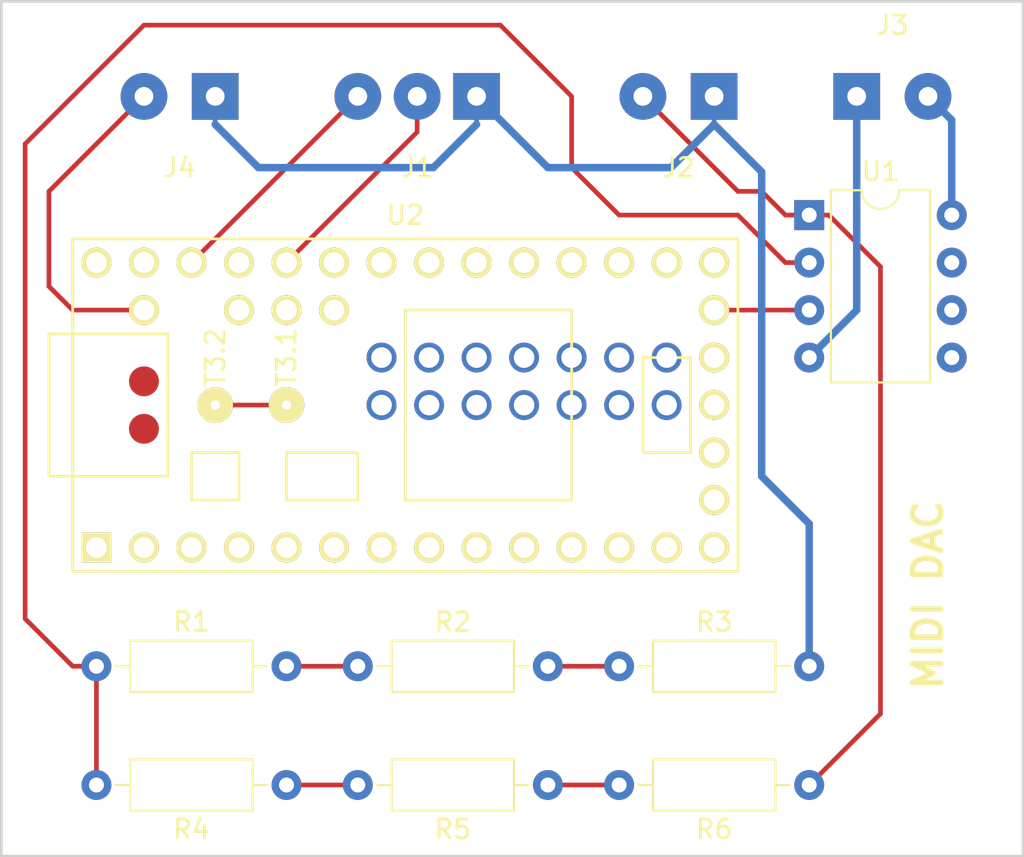
<source format=kicad_pcb>
(kicad_pcb (version 20171130) (host pcbnew 5.0.2-bee76a0~70~ubuntu18.04.1)

  (general
    (thickness 1.6)
    (drawings 5)
    (tracks 51)
    (zones 0)
    (modules 12)
    (nets 64)
  )

  (page A4)
  (layers
    (0 F.Cu signal)
    (31 B.Cu signal)
    (32 B.Adhes user)
    (33 F.Adhes user)
    (34 B.Paste user)
    (35 F.Paste user)
    (36 B.SilkS user)
    (37 F.SilkS user)
    (38 B.Mask user)
    (39 F.Mask user)
    (40 Dwgs.User user)
    (41 Cmts.User user)
    (42 Eco1.User user)
    (43 Eco2.User user)
    (44 Edge.Cuts user)
    (45 Margin user)
    (46 B.CrtYd user)
    (47 F.CrtYd user)
    (48 B.Fab user)
    (49 F.Fab user)
  )

  (setup
    (last_trace_width 0.25)
    (trace_clearance 0.2)
    (zone_clearance 0.508)
    (zone_45_only no)
    (trace_min 0.2)
    (segment_width 0.2)
    (edge_width 0.15)
    (via_size 0.8)
    (via_drill 0.4)
    (via_min_size 0.4)
    (via_min_drill 0.3)
    (uvia_size 0.3)
    (uvia_drill 0.1)
    (uvias_allowed no)
    (uvia_min_size 0.2)
    (uvia_min_drill 0.1)
    (pcb_text_width 0.3)
    (pcb_text_size 1.5 1.5)
    (mod_edge_width 0.15)
    (mod_text_size 1 1)
    (mod_text_width 0.15)
    (pad_size 1.524 1.524)
    (pad_drill 0.762)
    (pad_to_mask_clearance 0.051)
    (solder_mask_min_width 0.25)
    (aux_axis_origin 0 0)
    (visible_elements FFFFFF7F)
    (pcbplotparams
      (layerselection 0x010fc_ffffffff)
      (usegerberextensions false)
      (usegerberattributes false)
      (usegerberadvancedattributes false)
      (creategerberjobfile false)
      (excludeedgelayer true)
      (linewidth 0.100000)
      (plotframeref false)
      (viasonmask false)
      (mode 1)
      (useauxorigin false)
      (hpglpennumber 1)
      (hpglpenspeed 20)
      (hpglpendiameter 15.000000)
      (psnegative false)
      (psa4output false)
      (plotreference true)
      (plotvalue true)
      (plotinvisibletext false)
      (padsonsilk false)
      (subtractmaskfromsilk false)
      (outputformat 1)
      (mirror false)
      (drillshape 1)
      (scaleselection 1)
      (outputdirectory ""))
  )

  (net 0 "")
  (net 1 GND)
  (net 2 GLIDE_IN)
  (net 3 "Net-(J2-Pad2)")
  (net 4 "Net-(J3-Pad2)")
  (net 5 "Net-(J3-Pad1)")
  (net 6 "Net-(J4-Pad2)")
  (net 7 "Net-(R1-Pad1)")
  (net 8 "Net-(R1-Pad2)")
  (net 9 "Net-(R2-Pad2)")
  (net 10 "Net-(R4-Pad1)")
  (net 11 "Net-(R5-Pad1)")
  (net 12 NOTE)
  (net 13 "Net-(U2-Pad17)")
  (net 14 "Net-(U2-Pad18)")
  (net 15 "Net-(U2-Pad20)")
  (net 16 "Net-(U2-Pad15)")
  (net 17 "Net-(U2-Pad14)")
  (net 18 "Net-(U2-Pad22)")
  (net 19 "Net-(U2-Pad23)")
  (net 20 "Net-(U2-Pad24)")
  (net 21 "Net-(U2-Pad25)")
  (net 22 "Net-(U2-Pad26)")
  (net 23 "Net-(U2-Pad27)")
  (net 24 "Net-(U2-Pad28)")
  (net 25 "Net-(U2-Pad30)")
  (net 26 "Net-(U2-Pad32)")
  (net 27 "Net-(U2-Pad33)")
  (net 28 "Net-(U2-Pad35)")
  (net 29 "Net-(U2-Pad36)")
  (net 30 "Net-(U2-Pad37)")
  (net 31 "Net-(U2-Pad13)")
  (net 32 "Net-(U2-Pad12)")
  (net 33 "Net-(U2-Pad11)")
  (net 34 "Net-(U2-Pad10)")
  (net 35 "Net-(U2-Pad9)")
  (net 36 "Net-(U2-Pad8)")
  (net 37 "Net-(U2-Pad7)")
  (net 38 "Net-(U2-Pad6)")
  (net 39 "Net-(U2-Pad5)")
  (net 40 "Net-(U2-Pad4)")
  (net 41 "Net-(U2-Pad3)")
  (net 42 "Net-(U2-Pad2)")
  (net 43 "Net-(U2-Pad1)")
  (net 44 "Net-(U2-Pad38)")
  (net 45 "Net-(U2-Pad39)")
  (net 46 "Net-(U2-Pad40)")
  (net 47 "Net-(U2-Pad41)")
  (net 48 "Net-(U2-Pad42)")
  (net 49 "Net-(U2-Pad43)")
  (net 50 "Net-(U2-Pad44)")
  (net 51 "Net-(U2-Pad45)")
  (net 52 "Net-(U2-Pad46)")
  (net 53 "Net-(U2-Pad47)")
  (net 54 "Net-(U2-Pad48)")
  (net 55 "Net-(U2-Pad49)")
  (net 56 "Net-(U2-Pad50)")
  (net 57 "Net-(U2-Pad51)")
  (net 58 "Net-(U2-Pad52)")
  (net 59 "Net-(U2-Pad16)")
  (net 60 3.3V)
  (net 61 "Net-(U2-Pad21)")
  (net 62 "Net-(U2-Pad53)")
  (net 63 "Net-(U2-Pad54)")

  (net_class Default "This is the default net class."
    (clearance 0.2)
    (trace_width 0.25)
    (via_dia 0.8)
    (via_drill 0.4)
    (uvia_dia 0.3)
    (uvia_drill 0.1)
    (add_net 3.3V)
    (add_net GLIDE_IN)
    (add_net GND)
    (add_net NOTE)
    (add_net "Net-(J2-Pad2)")
    (add_net "Net-(J3-Pad1)")
    (add_net "Net-(J3-Pad2)")
    (add_net "Net-(J4-Pad2)")
    (add_net "Net-(R1-Pad1)")
    (add_net "Net-(R1-Pad2)")
    (add_net "Net-(R2-Pad2)")
    (add_net "Net-(R4-Pad1)")
    (add_net "Net-(R5-Pad1)")
    (add_net "Net-(U2-Pad1)")
    (add_net "Net-(U2-Pad10)")
    (add_net "Net-(U2-Pad11)")
    (add_net "Net-(U2-Pad12)")
    (add_net "Net-(U2-Pad13)")
    (add_net "Net-(U2-Pad14)")
    (add_net "Net-(U2-Pad15)")
    (add_net "Net-(U2-Pad16)")
    (add_net "Net-(U2-Pad17)")
    (add_net "Net-(U2-Pad18)")
    (add_net "Net-(U2-Pad2)")
    (add_net "Net-(U2-Pad20)")
    (add_net "Net-(U2-Pad21)")
    (add_net "Net-(U2-Pad22)")
    (add_net "Net-(U2-Pad23)")
    (add_net "Net-(U2-Pad24)")
    (add_net "Net-(U2-Pad25)")
    (add_net "Net-(U2-Pad26)")
    (add_net "Net-(U2-Pad27)")
    (add_net "Net-(U2-Pad28)")
    (add_net "Net-(U2-Pad3)")
    (add_net "Net-(U2-Pad30)")
    (add_net "Net-(U2-Pad32)")
    (add_net "Net-(U2-Pad33)")
    (add_net "Net-(U2-Pad35)")
    (add_net "Net-(U2-Pad36)")
    (add_net "Net-(U2-Pad37)")
    (add_net "Net-(U2-Pad38)")
    (add_net "Net-(U2-Pad39)")
    (add_net "Net-(U2-Pad4)")
    (add_net "Net-(U2-Pad40)")
    (add_net "Net-(U2-Pad41)")
    (add_net "Net-(U2-Pad42)")
    (add_net "Net-(U2-Pad43)")
    (add_net "Net-(U2-Pad44)")
    (add_net "Net-(U2-Pad45)")
    (add_net "Net-(U2-Pad46)")
    (add_net "Net-(U2-Pad47)")
    (add_net "Net-(U2-Pad48)")
    (add_net "Net-(U2-Pad49)")
    (add_net "Net-(U2-Pad5)")
    (add_net "Net-(U2-Pad50)")
    (add_net "Net-(U2-Pad51)")
    (add_net "Net-(U2-Pad52)")
    (add_net "Net-(U2-Pad53)")
    (add_net "Net-(U2-Pad54)")
    (add_net "Net-(U2-Pad6)")
    (add_net "Net-(U2-Pad7)")
    (add_net "Net-(U2-Pad8)")
    (add_net "Net-(U2-Pad9)")
  )

  (module teensy:Teensy30_31_32_LC_Rev (layer F.Cu) (tedit 5C9256A4) (tstamp 5C92650F)
    (at 33.02 35.56)
    (path /5C925DA5)
    (fp_text reference U2 (at 0 -10.16) (layer F.SilkS)
      (effects (font (size 1 1) (thickness 0.15)))
    )
    (fp_text value Teensy3.2 (at 0 10.16) (layer F.Fab)
      (effects (font (size 1 1) (thickness 0.15)))
    )
    (fp_text user T3.2 (at -10.16 -2.54 90) (layer F.SilkS)
      (effects (font (size 1 1) (thickness 0.15)))
    )
    (fp_text user T3.1 (at -6.35 -2.54 90) (layer F.SilkS)
      (effects (font (size 1 1) (thickness 0.15)))
    )
    (fp_line (start -17.78 3.81) (end -19.05 3.81) (layer F.SilkS) (width 0.15))
    (fp_line (start -19.05 3.81) (end -19.05 -3.81) (layer F.SilkS) (width 0.15))
    (fp_line (start -19.05 -3.81) (end -17.78 -3.81) (layer F.SilkS) (width 0.15))
    (fp_line (start -6.35 5.08) (end -2.54 5.08) (layer F.SilkS) (width 0.15))
    (fp_line (start -2.54 5.08) (end -2.54 2.54) (layer F.SilkS) (width 0.15))
    (fp_line (start -2.54 2.54) (end -6.35 2.54) (layer F.SilkS) (width 0.15))
    (fp_line (start -6.35 2.54) (end -6.35 5.08) (layer F.SilkS) (width 0.15))
    (fp_line (start -12.7 3.81) (end -12.7 -3.81) (layer F.SilkS) (width 0.15))
    (fp_line (start -12.7 -3.81) (end -17.78 -3.81) (layer F.SilkS) (width 0.15))
    (fp_line (start -12.7 3.81) (end -17.78 3.81) (layer F.SilkS) (width 0.15))
    (fp_line (start -11.43 5.08) (end -8.89 5.08) (layer F.SilkS) (width 0.15))
    (fp_line (start -8.89 5.08) (end -8.89 2.54) (layer F.SilkS) (width 0.15))
    (fp_line (start -8.89 2.54) (end -11.43 2.54) (layer F.SilkS) (width 0.15))
    (fp_line (start -11.43 2.54) (end -11.43 5.08) (layer F.SilkS) (width 0.15))
    (fp_line (start 15.24 -2.54) (end 15.24 2.54) (layer F.SilkS) (width 0.15))
    (fp_line (start 15.24 2.54) (end 12.7 2.54) (layer F.SilkS) (width 0.15))
    (fp_line (start 12.7 2.54) (end 12.7 -2.54) (layer F.SilkS) (width 0.15))
    (fp_line (start 12.7 -2.54) (end 15.24 -2.54) (layer F.SilkS) (width 0.15))
    (fp_line (start 8.89 5.08) (end 8.89 -5.08) (layer F.SilkS) (width 0.15))
    (fp_line (start 0 -5.08) (end 0 5.08) (layer F.SilkS) (width 0.15))
    (fp_line (start 8.89 -5.08) (end 0 -5.08) (layer F.SilkS) (width 0.15))
    (fp_line (start 8.89 5.08) (end 0 5.08) (layer F.SilkS) (width 0.15))
    (fp_line (start -17.78 -8.89) (end 17.78 -8.89) (layer F.SilkS) (width 0.15))
    (fp_line (start 17.78 -8.89) (end 17.78 8.89) (layer F.SilkS) (width 0.15))
    (fp_line (start 17.78 8.89) (end -17.78 8.89) (layer F.SilkS) (width 0.15))
    (fp_line (start -17.78 8.89) (end -17.78 -8.89) (layer F.SilkS) (width 0.15))
    (pad 17 thru_hole circle (at 16.51 0) (size 1.6 1.6) (drill 1.1) (layers *.Cu *.Mask F.SilkS)
      (net 13 "Net-(U2-Pad17)"))
    (pad 18 thru_hole circle (at 16.51 -2.54) (size 1.6 1.6) (drill 1.1) (layers *.Cu *.Mask F.SilkS)
      (net 14 "Net-(U2-Pad18)"))
    (pad 19 thru_hole circle (at 16.51 -5.08) (size 1.6 1.6) (drill 1.1) (layers *.Cu *.Mask F.SilkS)
      (net 12 NOTE))
    (pad 20 thru_hole circle (at 16.51 -7.62) (size 1.6 1.6) (drill 1.1) (layers *.Cu *.Mask F.SilkS)
      (net 15 "Net-(U2-Pad20)"))
    (pad 16 thru_hole circle (at 16.51 2.54) (size 1.6 1.6) (drill 1.1) (layers *.Cu *.Mask F.SilkS)
      (net 59 "Net-(U2-Pad16)"))
    (pad 15 thru_hole circle (at 16.51 5.08) (size 1.6 1.6) (drill 1.1) (layers *.Cu *.Mask F.SilkS)
      (net 16 "Net-(U2-Pad15)"))
    (pad 14 thru_hole circle (at 16.51 7.62) (size 1.6 1.6) (drill 1.1) (layers *.Cu *.Mask F.SilkS)
      (net 17 "Net-(U2-Pad14)"))
    (pad 21 thru_hole circle (at 13.97 -7.62) (size 1.6 1.6) (drill 1.1) (layers *.Cu *.Mask F.SilkS)
      (net 61 "Net-(U2-Pad21)"))
    (pad 22 thru_hole circle (at 11.43 -7.62) (size 1.6 1.6) (drill 1.1) (layers *.Cu *.Mask F.SilkS)
      (net 18 "Net-(U2-Pad22)"))
    (pad 23 thru_hole circle (at 8.89 -7.62) (size 1.6 1.6) (drill 1.1) (layers *.Cu *.Mask F.SilkS)
      (net 19 "Net-(U2-Pad23)"))
    (pad 24 thru_hole circle (at 6.35 -7.62) (size 1.6 1.6) (drill 1.1) (layers *.Cu *.Mask F.SilkS)
      (net 20 "Net-(U2-Pad24)"))
    (pad 25 thru_hole circle (at 3.81 -7.62) (size 1.6 1.6) (drill 1.1) (layers *.Cu *.Mask F.SilkS)
      (net 21 "Net-(U2-Pad25)"))
    (pad 26 thru_hole circle (at 1.27 -7.62) (size 1.6 1.6) (drill 1.1) (layers *.Cu *.Mask F.SilkS)
      (net 22 "Net-(U2-Pad26)"))
    (pad 27 thru_hole circle (at -1.27 -7.62) (size 1.6 1.6) (drill 1.1) (layers *.Cu *.Mask F.SilkS)
      (net 23 "Net-(U2-Pad27)"))
    (pad 28 thru_hole circle (at -3.81 -7.62) (size 1.6 1.6) (drill 1.1) (layers *.Cu *.Mask F.SilkS)
      (net 24 "Net-(U2-Pad28)"))
    (pad 29 thru_hole circle (at -6.35 -7.62) (size 1.6 1.6) (drill 1.1) (layers *.Cu *.Mask F.SilkS)
      (net 2 GLIDE_IN))
    (pad 30 thru_hole circle (at -8.89 -7.62) (size 1.6 1.6) (drill 1.1) (layers *.Cu *.Mask F.SilkS)
      (net 25 "Net-(U2-Pad30)"))
    (pad 31 thru_hole circle (at -11.43 -7.62) (size 1.6 1.6) (drill 1.1) (layers *.Cu *.Mask F.SilkS)
      (net 60 3.3V))
    (pad 32 thru_hole circle (at -13.97 -7.62) (size 1.6 1.6) (drill 1.1) (layers *.Cu *.Mask F.SilkS)
      (net 26 "Net-(U2-Pad32)"))
    (pad 33 thru_hole circle (at -16.51 -7.62) (size 1.6 1.6) (drill 1.1) (layers *.Cu *.Mask F.SilkS)
      (net 27 "Net-(U2-Pad33)"))
    (pad 34 thru_hole circle (at -13.97 -5.08) (size 1.6 1.6) (drill 1.1) (layers *.Cu *.Mask F.SilkS)
      (net 6 "Net-(J4-Pad2)"))
    (pad 35 thru_hole circle (at -8.89 -5.08) (size 1.6 1.6) (drill 1.1) (layers *.Cu *.Mask F.SilkS)
      (net 28 "Net-(U2-Pad35)"))
    (pad 36 thru_hole circle (at -6.35 -5.08) (size 1.6 1.6) (drill 1.1) (layers *.Cu *.Mask F.SilkS)
      (net 29 "Net-(U2-Pad36)"))
    (pad 37 thru_hole circle (at -3.81 -5.08) (size 1.6 1.6) (drill 1.1) (layers *.Cu *.Mask F.SilkS)
      (net 30 "Net-(U2-Pad37)"))
    (pad 13 thru_hole circle (at 13.97 7.62) (size 1.6 1.6) (drill 1.1) (layers *.Cu *.Mask F.SilkS)
      (net 31 "Net-(U2-Pad13)"))
    (pad 12 thru_hole circle (at 11.43 7.62) (size 1.6 1.6) (drill 1.1) (layers *.Cu *.Mask F.SilkS)
      (net 32 "Net-(U2-Pad12)"))
    (pad 11 thru_hole circle (at 8.89 7.62) (size 1.6 1.6) (drill 1.1) (layers *.Cu *.Mask F.SilkS)
      (net 33 "Net-(U2-Pad11)"))
    (pad 10 thru_hole circle (at 6.35 7.62) (size 1.6 1.6) (drill 1.1) (layers *.Cu *.Mask F.SilkS)
      (net 34 "Net-(U2-Pad10)"))
    (pad 9 thru_hole circle (at 3.81 7.62) (size 1.6 1.6) (drill 1.1) (layers *.Cu *.Mask F.SilkS)
      (net 35 "Net-(U2-Pad9)"))
    (pad 8 thru_hole circle (at 1.27 7.62) (size 1.6 1.6) (drill 1.1) (layers *.Cu *.Mask F.SilkS)
      (net 36 "Net-(U2-Pad8)"))
    (pad 7 thru_hole circle (at -1.27 7.62) (size 1.6 1.6) (drill 1.1) (layers *.Cu *.Mask F.SilkS)
      (net 37 "Net-(U2-Pad7)"))
    (pad 6 thru_hole circle (at -3.81 7.62) (size 1.6 1.6) (drill 1.1) (layers *.Cu *.Mask F.SilkS)
      (net 38 "Net-(U2-Pad6)"))
    (pad 5 thru_hole circle (at -6.35 7.62) (size 1.6 1.6) (drill 1.1) (layers *.Cu *.Mask F.SilkS)
      (net 39 "Net-(U2-Pad5)"))
    (pad 4 thru_hole circle (at -8.89 7.62) (size 1.6 1.6) (drill 1.1) (layers *.Cu *.Mask F.SilkS)
      (net 40 "Net-(U2-Pad4)"))
    (pad 3 thru_hole circle (at -11.43 7.62) (size 1.6 1.6) (drill 1.1) (layers *.Cu *.Mask F.SilkS)
      (net 41 "Net-(U2-Pad3)"))
    (pad 2 thru_hole circle (at -13.97 7.62) (size 1.6 1.6) (drill 1.1) (layers *.Cu *.Mask F.SilkS)
      (net 42 "Net-(U2-Pad2)"))
    (pad 1 thru_hole rect (at -16.51 7.62) (size 1.6 1.6) (drill 1.1) (layers *.Cu *.Mask F.SilkS)
      (net 43 "Net-(U2-Pad1)"))
    (pad 38 thru_hole circle (at -1.27 0) (size 1.6 1.6) (drill 1.1) (layers *.Cu *.Mask)
      (net 44 "Net-(U2-Pad38)"))
    (pad 39 thru_hole circle (at 1.27 0) (size 1.6 1.6) (drill 1.1) (layers *.Cu *.Mask)
      (net 45 "Net-(U2-Pad39)"))
    (pad 40 thru_hole circle (at 3.81 0) (size 1.6 1.6) (drill 1.1) (layers *.Cu *.Mask)
      (net 46 "Net-(U2-Pad40)"))
    (pad 41 thru_hole circle (at 6.35 0) (size 1.6 1.6) (drill 1.1) (layers *.Cu *.Mask)
      (net 47 "Net-(U2-Pad41)"))
    (pad 42 thru_hole circle (at 8.89 0) (size 1.6 1.6) (drill 1.1) (layers *.Cu *.Mask)
      (net 48 "Net-(U2-Pad42)"))
    (pad 43 thru_hole circle (at 11.43 0) (size 1.6 1.6) (drill 1.1) (layers *.Cu *.Mask)
      (net 49 "Net-(U2-Pad43)"))
    (pad 44 thru_hole circle (at 13.97 0) (size 1.6 1.6) (drill 1.1) (layers *.Cu *.Mask)
      (net 50 "Net-(U2-Pad44)"))
    (pad 45 thru_hole circle (at 13.97 -2.54) (size 1.6 1.6) (drill 1.1) (layers *.Cu *.Mask)
      (net 51 "Net-(U2-Pad45)"))
    (pad 46 thru_hole circle (at 11.43 -2.54) (size 1.6 1.6) (drill 1.1) (layers *.Cu *.Mask)
      (net 52 "Net-(U2-Pad46)"))
    (pad 47 thru_hole circle (at 8.89 -2.54) (size 1.6 1.6) (drill 1.1) (layers *.Cu *.Mask)
      (net 53 "Net-(U2-Pad47)"))
    (pad 48 thru_hole circle (at 6.35 -2.54) (size 1.6 1.6) (drill 1.1) (layers *.Cu *.Mask)
      (net 54 "Net-(U2-Pad48)"))
    (pad 49 thru_hole circle (at 3.81 -2.54) (size 1.6 1.6) (drill 1.1) (layers *.Cu *.Mask)
      (net 55 "Net-(U2-Pad49)"))
    (pad 50 thru_hole circle (at 1.27 -2.54) (size 1.6 1.6) (drill 1.1) (layers *.Cu *.Mask)
      (net 56 "Net-(U2-Pad50)"))
    (pad 51 thru_hole circle (at -1.27 -2.54) (size 1.6 1.6) (drill 1.1) (layers *.Cu *.Mask)
      (net 57 "Net-(U2-Pad51)"))
    (pad 52 thru_hole circle (at -6.35 0) (size 1.9 1.9) (drill 0.5) (layers *.Cu *.Mask F.SilkS)
      (net 58 "Net-(U2-Pad52)"))
    (pad 52 thru_hole circle (at -10.16 0) (size 1.9 1.9) (drill 0.5) (layers *.Cu *.Mask F.SilkS)
      (net 58 "Net-(U2-Pad52)"))
    (pad 53 smd circle (at -13.97 -1.27) (size 1.6 1.6) (layers F.Cu F.Paste F.Mask)
      (net 62 "Net-(U2-Pad53)"))
    (pad 54 smd circle (at -13.97 1.27) (size 1.6 1.6) (layers F.Cu F.Paste F.Mask)
      (net 63 "Net-(U2-Pad54)"))
  )

  (module Resistor_THT:R_Axial_DIN0207_L6.3mm_D2.5mm_P10.16mm_Horizontal (layer F.Cu) (tedit 5AE5139B) (tstamp 5C92C5E6)
    (at 16.51 49.53)
    (descr "Resistor, Axial_DIN0207 series, Axial, Horizontal, pin pitch=10.16mm, 0.25W = 1/4W, length*diameter=6.3*2.5mm^2, http://cdn-reichelt.de/documents/datenblatt/B400/1_4W%23YAG.pdf")
    (tags "Resistor Axial_DIN0207 series Axial Horizontal pin pitch 10.16mm 0.25W = 1/4W length 6.3mm diameter 2.5mm")
    (path /5C925F9C)
    (fp_text reference R1 (at 5.08 -2.37) (layer F.SilkS)
      (effects (font (size 1 1) (thickness 0.15)))
    )
    (fp_text value 100 (at 5.08 2.37) (layer F.Fab)
      (effects (font (size 1 1) (thickness 0.15)))
    )
    (fp_line (start 1.93 -1.25) (end 1.93 1.25) (layer F.Fab) (width 0.1))
    (fp_line (start 1.93 1.25) (end 8.23 1.25) (layer F.Fab) (width 0.1))
    (fp_line (start 8.23 1.25) (end 8.23 -1.25) (layer F.Fab) (width 0.1))
    (fp_line (start 8.23 -1.25) (end 1.93 -1.25) (layer F.Fab) (width 0.1))
    (fp_line (start 0 0) (end 1.93 0) (layer F.Fab) (width 0.1))
    (fp_line (start 10.16 0) (end 8.23 0) (layer F.Fab) (width 0.1))
    (fp_line (start 1.81 -1.37) (end 1.81 1.37) (layer F.SilkS) (width 0.12))
    (fp_line (start 1.81 1.37) (end 8.35 1.37) (layer F.SilkS) (width 0.12))
    (fp_line (start 8.35 1.37) (end 8.35 -1.37) (layer F.SilkS) (width 0.12))
    (fp_line (start 8.35 -1.37) (end 1.81 -1.37) (layer F.SilkS) (width 0.12))
    (fp_line (start 1.04 0) (end 1.81 0) (layer F.SilkS) (width 0.12))
    (fp_line (start 9.12 0) (end 8.35 0) (layer F.SilkS) (width 0.12))
    (fp_line (start -1.05 -1.5) (end -1.05 1.5) (layer F.CrtYd) (width 0.05))
    (fp_line (start -1.05 1.5) (end 11.21 1.5) (layer F.CrtYd) (width 0.05))
    (fp_line (start 11.21 1.5) (end 11.21 -1.5) (layer F.CrtYd) (width 0.05))
    (fp_line (start 11.21 -1.5) (end -1.05 -1.5) (layer F.CrtYd) (width 0.05))
    (fp_text user %R (at 5.08 0) (layer F.Fab)
      (effects (font (size 1 1) (thickness 0.15)))
    )
    (pad 1 thru_hole circle (at 0 0) (size 1.6 1.6) (drill 0.8) (layers *.Cu *.Mask)
      (net 7 "Net-(R1-Pad1)"))
    (pad 2 thru_hole oval (at 10.16 0) (size 1.6 1.6) (drill 0.8) (layers *.Cu *.Mask)
      (net 8 "Net-(R1-Pad2)"))
    (model ${KISYS3DMOD}/Resistor_THT.3dshapes/R_Axial_DIN0207_L6.3mm_D2.5mm_P10.16mm_Horizontal.wrl
      (at (xyz 0 0 0))
      (scale (xyz 1 1 1))
      (rotate (xyz 0 0 0))
    )
  )

  (module Connector_Wire:SolderWirePad_1x03_P3.175mm_Drill1mm (layer F.Cu) (tedit 5AEE5F67) (tstamp 5C92C5AE)
    (at 36.83 19.05 180)
    (descr "Wire solder connection")
    (tags connector)
    (path /5C92899F)
    (attr virtual)
    (fp_text reference J1 (at 3.175 -3.81 180) (layer F.SilkS)
      (effects (font (size 1 1) (thickness 0.15)))
    )
    (fp_text value GLIDE_POT (at 3.175 3.175 180) (layer F.Fab)
      (effects (font (size 1 1) (thickness 0.15)))
    )
    (fp_text user %R (at 3.175 0 180) (layer F.Fab)
      (effects (font (size 1 1) (thickness 0.15)))
    )
    (fp_line (start -1.74 -1.75) (end 8.1 -1.75) (layer F.CrtYd) (width 0.05))
    (fp_line (start -1.74 -1.75) (end -1.74 1.75) (layer F.CrtYd) (width 0.05))
    (fp_line (start 8.1 1.75) (end 8.1 -1.75) (layer F.CrtYd) (width 0.05))
    (fp_line (start 8.1 1.75) (end -1.74 1.75) (layer F.CrtYd) (width 0.05))
    (pad 1 thru_hole rect (at 0 0 180) (size 2.49936 2.49936) (drill 1.00076) (layers *.Cu *.Mask)
      (net 1 GND))
    (pad 2 thru_hole circle (at 3.175 0 180) (size 2.49936 2.49936) (drill 1.00076) (layers *.Cu *.Mask)
      (net 2 GLIDE_IN))
    (pad 3 thru_hole circle (at 6.35 0 180) (size 2.49936 2.49936) (drill 1.00076) (layers *.Cu *.Mask)
      (net 60 3.3V))
  )

  (module Connector_Wire:SolderWirePad_1x02_P3.81mm_Drill1mm (layer F.Cu) (tedit 5AEE5F04) (tstamp 5C92C5B9)
    (at 49.53 19.05 180)
    (descr "Wire solder connection")
    (tags connector)
    (path /5C925E6E)
    (attr virtual)
    (fp_text reference J2 (at 1.905 -3.81 180) (layer F.SilkS)
      (effects (font (size 1 1) (thickness 0.15)))
    )
    (fp_text value DAC_OUT (at 1.905 3.81 180) (layer F.Fab)
      (effects (font (size 1 1) (thickness 0.15)))
    )
    (fp_text user %R (at 1.905 0 180) (layer F.Fab)
      (effects (font (size 1 1) (thickness 0.15)))
    )
    (fp_line (start -1.74 -1.75) (end 5.56 -1.75) (layer F.CrtYd) (width 0.05))
    (fp_line (start -1.74 -1.75) (end -1.74 1.75) (layer F.CrtYd) (width 0.05))
    (fp_line (start 5.56 1.75) (end 5.56 -1.75) (layer F.CrtYd) (width 0.05))
    (fp_line (start 5.56 1.75) (end -1.74 1.75) (layer F.CrtYd) (width 0.05))
    (pad 1 thru_hole rect (at 0 0 180) (size 2.49936 2.49936) (drill 1.00076) (layers *.Cu *.Mask)
      (net 1 GND))
    (pad 2 thru_hole circle (at 3.81 0 180) (size 2.49936 2.49936) (drill 1.00076) (layers *.Cu *.Mask)
      (net 3 "Net-(J2-Pad2)"))
  )

  (module Connector_Wire:SolderWirePad_1x02_P3.81mm_Drill1mm (layer F.Cu) (tedit 5AEE5F04) (tstamp 5C92C5C4)
    (at 57.15 19.05)
    (descr "Wire solder connection")
    (tags connector)
    (path /5C927C5F)
    (attr virtual)
    (fp_text reference J3 (at 1.905 -3.81) (layer F.SilkS)
      (effects (font (size 1 1) (thickness 0.15)))
    )
    (fp_text value 9V_IN (at 1.905 3.81) (layer F.Fab)
      (effects (font (size 1 1) (thickness 0.15)))
    )
    (fp_line (start 5.56 1.75) (end -1.74 1.75) (layer F.CrtYd) (width 0.05))
    (fp_line (start 5.56 1.75) (end 5.56 -1.75) (layer F.CrtYd) (width 0.05))
    (fp_line (start -1.74 -1.75) (end -1.74 1.75) (layer F.CrtYd) (width 0.05))
    (fp_line (start -1.74 -1.75) (end 5.56 -1.75) (layer F.CrtYd) (width 0.05))
    (fp_text user %R (at 1.905 0 90) (layer F.Fab)
      (effects (font (size 1 1) (thickness 0.15)))
    )
    (pad 2 thru_hole circle (at 3.81 0) (size 2.49936 2.49936) (drill 1.00076) (layers *.Cu *.Mask)
      (net 4 "Net-(J3-Pad2)"))
    (pad 1 thru_hole rect (at 0 0) (size 2.49936 2.49936) (drill 1.00076) (layers *.Cu *.Mask)
      (net 5 "Net-(J3-Pad1)"))
  )

  (module Connector_Wire:SolderWirePad_1x02_P3.81mm_Drill1mm (layer F.Cu) (tedit 5AEE5F04) (tstamp 5C92C5CF)
    (at 22.86 19.05 180)
    (descr "Wire solder connection")
    (tags connector)
    (path /5C929170)
    (attr virtual)
    (fp_text reference J4 (at 1.905 -3.81 180) (layer F.SilkS)
      (effects (font (size 1 1) (thickness 0.15)))
    )
    (fp_text value 5V_IN (at 1.905 3.81 180) (layer F.Fab)
      (effects (font (size 1 1) (thickness 0.15)))
    )
    (fp_text user %R (at 1.905 0 180) (layer F.Fab)
      (effects (font (size 1 1) (thickness 0.15)))
    )
    (fp_line (start -1.74 -1.75) (end 5.56 -1.75) (layer F.CrtYd) (width 0.05))
    (fp_line (start -1.74 -1.75) (end -1.74 1.75) (layer F.CrtYd) (width 0.05))
    (fp_line (start 5.56 1.75) (end 5.56 -1.75) (layer F.CrtYd) (width 0.05))
    (fp_line (start 5.56 1.75) (end -1.74 1.75) (layer F.CrtYd) (width 0.05))
    (pad 1 thru_hole rect (at 0 0 180) (size 2.49936 2.49936) (drill 1.00076) (layers *.Cu *.Mask)
      (net 1 GND))
    (pad 2 thru_hole circle (at 3.81 0 180) (size 2.49936 2.49936) (drill 1.00076) (layers *.Cu *.Mask)
      (net 6 "Net-(J4-Pad2)"))
  )

  (module Resistor_THT:R_Axial_DIN0207_L6.3mm_D2.5mm_P10.16mm_Horizontal (layer F.Cu) (tedit 5AE5139B) (tstamp 5C92C5FD)
    (at 30.48 49.53)
    (descr "Resistor, Axial_DIN0207 series, Axial, Horizontal, pin pitch=10.16mm, 0.25W = 1/4W, length*diameter=6.3*2.5mm^2, http://cdn-reichelt.de/documents/datenblatt/B400/1_4W%23YAG.pdf")
    (tags "Resistor Axial_DIN0207 series Axial Horizontal pin pitch 10.16mm 0.25W = 1/4W length 6.3mm diameter 2.5mm")
    (path /5C9299A2)
    (fp_text reference R2 (at 5.08 -2.37) (layer F.SilkS)
      (effects (font (size 1 1) (thickness 0.15)))
    )
    (fp_text value 9.1k (at 5.08 2.37) (layer F.Fab)
      (effects (font (size 1 1) (thickness 0.15)))
    )
    (fp_text user %R (at 5.08 0) (layer F.Fab)
      (effects (font (size 1 1) (thickness 0.15)))
    )
    (fp_line (start 11.21 -1.5) (end -1.05 -1.5) (layer F.CrtYd) (width 0.05))
    (fp_line (start 11.21 1.5) (end 11.21 -1.5) (layer F.CrtYd) (width 0.05))
    (fp_line (start -1.05 1.5) (end 11.21 1.5) (layer F.CrtYd) (width 0.05))
    (fp_line (start -1.05 -1.5) (end -1.05 1.5) (layer F.CrtYd) (width 0.05))
    (fp_line (start 9.12 0) (end 8.35 0) (layer F.SilkS) (width 0.12))
    (fp_line (start 1.04 0) (end 1.81 0) (layer F.SilkS) (width 0.12))
    (fp_line (start 8.35 -1.37) (end 1.81 -1.37) (layer F.SilkS) (width 0.12))
    (fp_line (start 8.35 1.37) (end 8.35 -1.37) (layer F.SilkS) (width 0.12))
    (fp_line (start 1.81 1.37) (end 8.35 1.37) (layer F.SilkS) (width 0.12))
    (fp_line (start 1.81 -1.37) (end 1.81 1.37) (layer F.SilkS) (width 0.12))
    (fp_line (start 10.16 0) (end 8.23 0) (layer F.Fab) (width 0.1))
    (fp_line (start 0 0) (end 1.93 0) (layer F.Fab) (width 0.1))
    (fp_line (start 8.23 -1.25) (end 1.93 -1.25) (layer F.Fab) (width 0.1))
    (fp_line (start 8.23 1.25) (end 8.23 -1.25) (layer F.Fab) (width 0.1))
    (fp_line (start 1.93 1.25) (end 8.23 1.25) (layer F.Fab) (width 0.1))
    (fp_line (start 1.93 -1.25) (end 1.93 1.25) (layer F.Fab) (width 0.1))
    (pad 2 thru_hole oval (at 10.16 0) (size 1.6 1.6) (drill 0.8) (layers *.Cu *.Mask)
      (net 9 "Net-(R2-Pad2)"))
    (pad 1 thru_hole circle (at 0 0) (size 1.6 1.6) (drill 0.8) (layers *.Cu *.Mask)
      (net 8 "Net-(R1-Pad2)"))
    (model ${KISYS3DMOD}/Resistor_THT.3dshapes/R_Axial_DIN0207_L6.3mm_D2.5mm_P10.16mm_Horizontal.wrl
      (at (xyz 0 0 0))
      (scale (xyz 1 1 1))
      (rotate (xyz 0 0 0))
    )
  )

  (module Resistor_THT:R_Axial_DIN0207_L6.3mm_D2.5mm_P10.16mm_Horizontal (layer F.Cu) (tedit 5AE5139B) (tstamp 5C92C614)
    (at 44.45 49.53)
    (descr "Resistor, Axial_DIN0207 series, Axial, Horizontal, pin pitch=10.16mm, 0.25W = 1/4W, length*diameter=6.3*2.5mm^2, http://cdn-reichelt.de/documents/datenblatt/B400/1_4W%23YAG.pdf")
    (tags "Resistor Axial_DIN0207 series Axial Horizontal pin pitch 10.16mm 0.25W = 1/4W length 6.3mm diameter 2.5mm")
    (path /5C929C6D)
    (fp_text reference R3 (at 5.08 -2.37) (layer F.SilkS)
      (effects (font (size 1 1) (thickness 0.15)))
    )
    (fp_text value 910 (at 5.08 2.37) (layer F.Fab)
      (effects (font (size 1 1) (thickness 0.15)))
    )
    (fp_line (start 1.93 -1.25) (end 1.93 1.25) (layer F.Fab) (width 0.1))
    (fp_line (start 1.93 1.25) (end 8.23 1.25) (layer F.Fab) (width 0.1))
    (fp_line (start 8.23 1.25) (end 8.23 -1.25) (layer F.Fab) (width 0.1))
    (fp_line (start 8.23 -1.25) (end 1.93 -1.25) (layer F.Fab) (width 0.1))
    (fp_line (start 0 0) (end 1.93 0) (layer F.Fab) (width 0.1))
    (fp_line (start 10.16 0) (end 8.23 0) (layer F.Fab) (width 0.1))
    (fp_line (start 1.81 -1.37) (end 1.81 1.37) (layer F.SilkS) (width 0.12))
    (fp_line (start 1.81 1.37) (end 8.35 1.37) (layer F.SilkS) (width 0.12))
    (fp_line (start 8.35 1.37) (end 8.35 -1.37) (layer F.SilkS) (width 0.12))
    (fp_line (start 8.35 -1.37) (end 1.81 -1.37) (layer F.SilkS) (width 0.12))
    (fp_line (start 1.04 0) (end 1.81 0) (layer F.SilkS) (width 0.12))
    (fp_line (start 9.12 0) (end 8.35 0) (layer F.SilkS) (width 0.12))
    (fp_line (start -1.05 -1.5) (end -1.05 1.5) (layer F.CrtYd) (width 0.05))
    (fp_line (start -1.05 1.5) (end 11.21 1.5) (layer F.CrtYd) (width 0.05))
    (fp_line (start 11.21 1.5) (end 11.21 -1.5) (layer F.CrtYd) (width 0.05))
    (fp_line (start 11.21 -1.5) (end -1.05 -1.5) (layer F.CrtYd) (width 0.05))
    (fp_text user %R (at 5.08 0) (layer F.Fab)
      (effects (font (size 1 1) (thickness 0.15)))
    )
    (pad 1 thru_hole circle (at 0 0) (size 1.6 1.6) (drill 0.8) (layers *.Cu *.Mask)
      (net 9 "Net-(R2-Pad2)"))
    (pad 2 thru_hole oval (at 10.16 0) (size 1.6 1.6) (drill 0.8) (layers *.Cu *.Mask)
      (net 1 GND))
    (model ${KISYS3DMOD}/Resistor_THT.3dshapes/R_Axial_DIN0207_L6.3mm_D2.5mm_P10.16mm_Horizontal.wrl
      (at (xyz 0 0 0))
      (scale (xyz 1 1 1))
      (rotate (xyz 0 0 0))
    )
  )

  (module Resistor_THT:R_Axial_DIN0207_L6.3mm_D2.5mm_P10.16mm_Horizontal (layer F.Cu) (tedit 5AE5139B) (tstamp 5C92C62B)
    (at 26.67 55.88 180)
    (descr "Resistor, Axial_DIN0207 series, Axial, Horizontal, pin pitch=10.16mm, 0.25W = 1/4W, length*diameter=6.3*2.5mm^2, http://cdn-reichelt.de/documents/datenblatt/B400/1_4W%23YAG.pdf")
    (tags "Resistor Axial_DIN0207 series Axial Horizontal pin pitch 10.16mm 0.25W = 1/4W length 6.3mm diameter 2.5mm")
    (path /5C927ED3)
    (fp_text reference R4 (at 5.08 -2.37 180) (layer F.SilkS)
      (effects (font (size 1 1) (thickness 0.15)))
    )
    (fp_text value 130 (at 5.08 2.37 180) (layer F.Fab)
      (effects (font (size 1 1) (thickness 0.15)))
    )
    (fp_text user %R (at 5.08 0 180) (layer F.Fab)
      (effects (font (size 1 1) (thickness 0.15)))
    )
    (fp_line (start 11.21 -1.5) (end -1.05 -1.5) (layer F.CrtYd) (width 0.05))
    (fp_line (start 11.21 1.5) (end 11.21 -1.5) (layer F.CrtYd) (width 0.05))
    (fp_line (start -1.05 1.5) (end 11.21 1.5) (layer F.CrtYd) (width 0.05))
    (fp_line (start -1.05 -1.5) (end -1.05 1.5) (layer F.CrtYd) (width 0.05))
    (fp_line (start 9.12 0) (end 8.35 0) (layer F.SilkS) (width 0.12))
    (fp_line (start 1.04 0) (end 1.81 0) (layer F.SilkS) (width 0.12))
    (fp_line (start 8.35 -1.37) (end 1.81 -1.37) (layer F.SilkS) (width 0.12))
    (fp_line (start 8.35 1.37) (end 8.35 -1.37) (layer F.SilkS) (width 0.12))
    (fp_line (start 1.81 1.37) (end 8.35 1.37) (layer F.SilkS) (width 0.12))
    (fp_line (start 1.81 -1.37) (end 1.81 1.37) (layer F.SilkS) (width 0.12))
    (fp_line (start 10.16 0) (end 8.23 0) (layer F.Fab) (width 0.1))
    (fp_line (start 0 0) (end 1.93 0) (layer F.Fab) (width 0.1))
    (fp_line (start 8.23 -1.25) (end 1.93 -1.25) (layer F.Fab) (width 0.1))
    (fp_line (start 8.23 1.25) (end 8.23 -1.25) (layer F.Fab) (width 0.1))
    (fp_line (start 1.93 1.25) (end 8.23 1.25) (layer F.Fab) (width 0.1))
    (fp_line (start 1.93 -1.25) (end 1.93 1.25) (layer F.Fab) (width 0.1))
    (pad 2 thru_hole oval (at 10.16 0 180) (size 1.6 1.6) (drill 0.8) (layers *.Cu *.Mask)
      (net 7 "Net-(R1-Pad1)"))
    (pad 1 thru_hole circle (at 0 0 180) (size 1.6 1.6) (drill 0.8) (layers *.Cu *.Mask)
      (net 10 "Net-(R4-Pad1)"))
    (model ${KISYS3DMOD}/Resistor_THT.3dshapes/R_Axial_DIN0207_L6.3mm_D2.5mm_P10.16mm_Horizontal.wrl
      (at (xyz 0 0 0))
      (scale (xyz 1 1 1))
      (rotate (xyz 0 0 0))
    )
  )

  (module Resistor_THT:R_Axial_DIN0207_L6.3mm_D2.5mm_P10.16mm_Horizontal (layer F.Cu) (tedit 5AE5139B) (tstamp 5C92C642)
    (at 40.64 55.88 180)
    (descr "Resistor, Axial_DIN0207 series, Axial, Horizontal, pin pitch=10.16mm, 0.25W = 1/4W, length*diameter=6.3*2.5mm^2, http://cdn-reichelt.de/documents/datenblatt/B400/1_4W%23YAG.pdf")
    (tags "Resistor Axial_DIN0207 series Axial Horizontal pin pitch 10.16mm 0.25W = 1/4W length 6.3mm diameter 2.5mm")
    (path /5C927F23)
    (fp_text reference R5 (at 5.08 -2.37 180) (layer F.SilkS)
      (effects (font (size 1 1) (thickness 0.15)))
    )
    (fp_text value 20 (at 5.08 2.37 180) (layer F.Fab)
      (effects (font (size 1 1) (thickness 0.15)))
    )
    (fp_line (start 1.93 -1.25) (end 1.93 1.25) (layer F.Fab) (width 0.1))
    (fp_line (start 1.93 1.25) (end 8.23 1.25) (layer F.Fab) (width 0.1))
    (fp_line (start 8.23 1.25) (end 8.23 -1.25) (layer F.Fab) (width 0.1))
    (fp_line (start 8.23 -1.25) (end 1.93 -1.25) (layer F.Fab) (width 0.1))
    (fp_line (start 0 0) (end 1.93 0) (layer F.Fab) (width 0.1))
    (fp_line (start 10.16 0) (end 8.23 0) (layer F.Fab) (width 0.1))
    (fp_line (start 1.81 -1.37) (end 1.81 1.37) (layer F.SilkS) (width 0.12))
    (fp_line (start 1.81 1.37) (end 8.35 1.37) (layer F.SilkS) (width 0.12))
    (fp_line (start 8.35 1.37) (end 8.35 -1.37) (layer F.SilkS) (width 0.12))
    (fp_line (start 8.35 -1.37) (end 1.81 -1.37) (layer F.SilkS) (width 0.12))
    (fp_line (start 1.04 0) (end 1.81 0) (layer F.SilkS) (width 0.12))
    (fp_line (start 9.12 0) (end 8.35 0) (layer F.SilkS) (width 0.12))
    (fp_line (start -1.05 -1.5) (end -1.05 1.5) (layer F.CrtYd) (width 0.05))
    (fp_line (start -1.05 1.5) (end 11.21 1.5) (layer F.CrtYd) (width 0.05))
    (fp_line (start 11.21 1.5) (end 11.21 -1.5) (layer F.CrtYd) (width 0.05))
    (fp_line (start 11.21 -1.5) (end -1.05 -1.5) (layer F.CrtYd) (width 0.05))
    (fp_text user %R (at 5.08 0 180) (layer F.Fab)
      (effects (font (size 1 1) (thickness 0.15)))
    )
    (pad 1 thru_hole circle (at 0 0 180) (size 1.6 1.6) (drill 0.8) (layers *.Cu *.Mask)
      (net 11 "Net-(R5-Pad1)"))
    (pad 2 thru_hole oval (at 10.16 0 180) (size 1.6 1.6) (drill 0.8) (layers *.Cu *.Mask)
      (net 10 "Net-(R4-Pad1)"))
    (model ${KISYS3DMOD}/Resistor_THT.3dshapes/R_Axial_DIN0207_L6.3mm_D2.5mm_P10.16mm_Horizontal.wrl
      (at (xyz 0 0 0))
      (scale (xyz 1 1 1))
      (rotate (xyz 0 0 0))
    )
  )

  (module Resistor_THT:R_Axial_DIN0207_L6.3mm_D2.5mm_P10.16mm_Horizontal (layer F.Cu) (tedit 5AE5139B) (tstamp 5C92C659)
    (at 54.61 55.88 180)
    (descr "Resistor, Axial_DIN0207 series, Axial, Horizontal, pin pitch=10.16mm, 0.25W = 1/4W, length*diameter=6.3*2.5mm^2, http://cdn-reichelt.de/documents/datenblatt/B400/1_4W%23YAG.pdf")
    (tags "Resistor Axial_DIN0207 series Axial Horizontal pin pitch 10.16mm 0.25W = 1/4W length 6.3mm diameter 2.5mm")
    (path /5C92A1F6)
    (fp_text reference R6 (at 5.08 -2.37 180) (layer F.SilkS)
      (effects (font (size 1 1) (thickness 0.15)))
    )
    (fp_text value 5.1k (at 5.08 2.37 180) (layer F.Fab)
      (effects (font (size 1 1) (thickness 0.15)))
    )
    (fp_text user %R (at 5.08 0 180) (layer F.Fab)
      (effects (font (size 1 1) (thickness 0.15)))
    )
    (fp_line (start 11.21 -1.5) (end -1.05 -1.5) (layer F.CrtYd) (width 0.05))
    (fp_line (start 11.21 1.5) (end 11.21 -1.5) (layer F.CrtYd) (width 0.05))
    (fp_line (start -1.05 1.5) (end 11.21 1.5) (layer F.CrtYd) (width 0.05))
    (fp_line (start -1.05 -1.5) (end -1.05 1.5) (layer F.CrtYd) (width 0.05))
    (fp_line (start 9.12 0) (end 8.35 0) (layer F.SilkS) (width 0.12))
    (fp_line (start 1.04 0) (end 1.81 0) (layer F.SilkS) (width 0.12))
    (fp_line (start 8.35 -1.37) (end 1.81 -1.37) (layer F.SilkS) (width 0.12))
    (fp_line (start 8.35 1.37) (end 8.35 -1.37) (layer F.SilkS) (width 0.12))
    (fp_line (start 1.81 1.37) (end 8.35 1.37) (layer F.SilkS) (width 0.12))
    (fp_line (start 1.81 -1.37) (end 1.81 1.37) (layer F.SilkS) (width 0.12))
    (fp_line (start 10.16 0) (end 8.23 0) (layer F.Fab) (width 0.1))
    (fp_line (start 0 0) (end 1.93 0) (layer F.Fab) (width 0.1))
    (fp_line (start 8.23 -1.25) (end 1.93 -1.25) (layer F.Fab) (width 0.1))
    (fp_line (start 8.23 1.25) (end 8.23 -1.25) (layer F.Fab) (width 0.1))
    (fp_line (start 1.93 1.25) (end 8.23 1.25) (layer F.Fab) (width 0.1))
    (fp_line (start 1.93 -1.25) (end 1.93 1.25) (layer F.Fab) (width 0.1))
    (pad 2 thru_hole oval (at 10.16 0 180) (size 1.6 1.6) (drill 0.8) (layers *.Cu *.Mask)
      (net 11 "Net-(R5-Pad1)"))
    (pad 1 thru_hole circle (at 0 0 180) (size 1.6 1.6) (drill 0.8) (layers *.Cu *.Mask)
      (net 3 "Net-(J2-Pad2)"))
    (model ${KISYS3DMOD}/Resistor_THT.3dshapes/R_Axial_DIN0207_L6.3mm_D2.5mm_P10.16mm_Horizontal.wrl
      (at (xyz 0 0 0))
      (scale (xyz 1 1 1))
      (rotate (xyz 0 0 0))
    )
  )

  (module Package_DIP:DIP-8_W7.62mm (layer F.Cu) (tedit 5A02E8C5) (tstamp 5C92C675)
    (at 54.61 25.4)
    (descr "8-lead though-hole mounted DIP package, row spacing 7.62 mm (300 mils)")
    (tags "THT DIP DIL PDIP 2.54mm 7.62mm 300mil")
    (path /5C927A88)
    (fp_text reference U1 (at 3.81 -2.33) (layer F.SilkS)
      (effects (font (size 1 1) (thickness 0.15)))
    )
    (fp_text value LM358 (at 3.81 9.95) (layer F.Fab)
      (effects (font (size 1 1) (thickness 0.15)))
    )
    (fp_arc (start 3.81 -1.33) (end 2.81 -1.33) (angle -180) (layer F.SilkS) (width 0.12))
    (fp_line (start 1.635 -1.27) (end 6.985 -1.27) (layer F.Fab) (width 0.1))
    (fp_line (start 6.985 -1.27) (end 6.985 8.89) (layer F.Fab) (width 0.1))
    (fp_line (start 6.985 8.89) (end 0.635 8.89) (layer F.Fab) (width 0.1))
    (fp_line (start 0.635 8.89) (end 0.635 -0.27) (layer F.Fab) (width 0.1))
    (fp_line (start 0.635 -0.27) (end 1.635 -1.27) (layer F.Fab) (width 0.1))
    (fp_line (start 2.81 -1.33) (end 1.16 -1.33) (layer F.SilkS) (width 0.12))
    (fp_line (start 1.16 -1.33) (end 1.16 8.95) (layer F.SilkS) (width 0.12))
    (fp_line (start 1.16 8.95) (end 6.46 8.95) (layer F.SilkS) (width 0.12))
    (fp_line (start 6.46 8.95) (end 6.46 -1.33) (layer F.SilkS) (width 0.12))
    (fp_line (start 6.46 -1.33) (end 4.81 -1.33) (layer F.SilkS) (width 0.12))
    (fp_line (start -1.1 -1.55) (end -1.1 9.15) (layer F.CrtYd) (width 0.05))
    (fp_line (start -1.1 9.15) (end 8.7 9.15) (layer F.CrtYd) (width 0.05))
    (fp_line (start 8.7 9.15) (end 8.7 -1.55) (layer F.CrtYd) (width 0.05))
    (fp_line (start 8.7 -1.55) (end -1.1 -1.55) (layer F.CrtYd) (width 0.05))
    (fp_text user %R (at 3.81 3.81) (layer F.Fab)
      (effects (font (size 1 1) (thickness 0.15)))
    )
    (pad 1 thru_hole rect (at 0 0) (size 1.6 1.6) (drill 0.8) (layers *.Cu *.Mask)
      (net 3 "Net-(J2-Pad2)"))
    (pad 5 thru_hole oval (at 7.62 7.62) (size 1.6 1.6) (drill 0.8) (layers *.Cu *.Mask))
    (pad 2 thru_hole oval (at 0 2.54) (size 1.6 1.6) (drill 0.8) (layers *.Cu *.Mask)
      (net 7 "Net-(R1-Pad1)"))
    (pad 6 thru_hole oval (at 7.62 5.08) (size 1.6 1.6) (drill 0.8) (layers *.Cu *.Mask))
    (pad 3 thru_hole oval (at 0 5.08) (size 1.6 1.6) (drill 0.8) (layers *.Cu *.Mask)
      (net 12 NOTE))
    (pad 7 thru_hole oval (at 7.62 2.54) (size 1.6 1.6) (drill 0.8) (layers *.Cu *.Mask))
    (pad 4 thru_hole oval (at 0 7.62) (size 1.6 1.6) (drill 0.8) (layers *.Cu *.Mask)
      (net 5 "Net-(J3-Pad1)"))
    (pad 8 thru_hole oval (at 7.62 0) (size 1.6 1.6) (drill 0.8) (layers *.Cu *.Mask)
      (net 4 "Net-(J3-Pad2)"))
    (model ${KISYS3DMOD}/Package_DIP.3dshapes/DIP-8_W7.62mm.wrl
      (at (xyz 0 0 0))
      (scale (xyz 1 1 1))
      (rotate (xyz 0 0 0))
    )
  )

  (gr_text "MIDI DAC" (at 60.96 45.72 90) (layer F.SilkS)
    (effects (font (size 1.5 1.5) (thickness 0.3)))
  )
  (gr_line (start 11.43 13.97) (end 11.43 59.69) (layer Edge.Cuts) (width 0.15))
  (gr_line (start 66.04 13.97) (end 11.43 13.97) (layer Edge.Cuts) (width 0.15))
  (gr_line (start 66.04 59.69) (end 66.04 13.97) (layer Edge.Cuts) (width 0.15))
  (gr_line (start 11.43 59.69) (end 66.04 59.69) (layer Edge.Cuts) (width 0.15))

  (segment (start 36.83 20.54968) (end 36.83 19.05) (width 0.25) (layer B.Cu) (net 1))
  (segment (start 34.51968 22.86) (end 36.83 20.54968) (width 0.4) (layer B.Cu) (net 1))
  (segment (start 22.86 20.54968) (end 25.17032 22.86) (width 0.4) (layer B.Cu) (net 1))
  (segment (start 25.17032 22.86) (end 34.51968 22.86) (width 0.4) (layer B.Cu) (net 1))
  (segment (start 22.86 19.05) (end 22.86 20.54968) (width 0.25) (layer B.Cu) (net 1))
  (segment (start 49.53 20.54968) (end 49.53 19.05) (width 0.25) (layer B.Cu) (net 1))
  (segment (start 52.07 23.08968) (end 49.53 20.54968) (width 0.4) (layer B.Cu) (net 1))
  (segment (start 52.07 39.37) (end 52.07 23.08968) (width 0.4) (layer B.Cu) (net 1))
  (segment (start 54.61 41.91) (end 52.07 39.37) (width 0.4) (layer B.Cu) (net 1))
  (segment (start 54.61 49.53) (end 54.61 41.91) (width 0.4) (layer B.Cu) (net 1))
  (segment (start 49.53 20.54968) (end 47.21968 22.86) (width 0.4) (layer B.Cu) (net 1))
  (segment (start 47.21968 22.86) (end 40.64 22.86) (width 0.4) (layer B.Cu) (net 1))
  (segment (start 40.64 22.86) (end 36.83 19.05) (width 0.4) (layer B.Cu) (net 1))
  (segment (start 33.655 20.955) (end 26.67 27.94) (width 0.25) (layer F.Cu) (net 2))
  (segment (start 33.655 19.05) (end 33.655 20.955) (width 0.25) (layer F.Cu) (net 2))
  (segment (start 54.61 25.4) (end 55.66 25.4) (width 0.25) (layer F.Cu) (net 3))
  (segment (start 55.66 25.4) (end 58.42 28.16) (width 0.25) (layer F.Cu) (net 3))
  (segment (start 58.42 52.07) (end 54.61 55.88) (width 0.25) (layer F.Cu) (net 3))
  (segment (start 58.42 28.16) (end 58.42 52.07) (width 0.25) (layer F.Cu) (net 3))
  (segment (start 53.56 25.4) (end 54.61 25.4) (width 0.25) (layer F.Cu) (net 3))
  (segment (start 54.61 25.4) (end 53.34 25.4) (width 0.25) (layer F.Cu) (net 3))
  (segment (start 53.34 25.4) (end 52.07 24.13) (width 0.25) (layer F.Cu) (net 3))
  (segment (start 50.8 24.13) (end 45.72 19.05) (width 0.25) (layer F.Cu) (net 3))
  (segment (start 52.07 24.13) (end 50.8 24.13) (width 0.25) (layer F.Cu) (net 3))
  (segment (start 62.23 20.32) (end 60.96 19.05) (width 0.4) (layer B.Cu) (net 4))
  (segment (start 62.23 25.4) (end 62.23 20.32) (width 0.4) (layer B.Cu) (net 4))
  (segment (start 57.15 30.48) (end 54.61 33.02) (width 0.4) (layer B.Cu) (net 5))
  (segment (start 57.15 19.05) (end 57.15 30.48) (width 0.4) (layer B.Cu) (net 5))
  (segment (start 19.05 30.48) (end 15.24 30.48) (width 0.25) (layer F.Cu) (net 6))
  (segment (start 15.24 30.48) (end 13.97 29.21) (width 0.25) (layer F.Cu) (net 6))
  (segment (start 13.97 24.13) (end 19.05 19.05) (width 0.25) (layer F.Cu) (net 6))
  (segment (start 13.97 29.21) (end 13.97 24.13) (width 0.25) (layer F.Cu) (net 6))
  (segment (start 19.05 15.24) (end 12.7 21.59) (width 0.25) (layer F.Cu) (net 7))
  (segment (start 12.7 21.59) (end 12.7 46.99) (width 0.25) (layer F.Cu) (net 7))
  (segment (start 16.51 55.88) (end 16.51 49.53) (width 0.25) (layer F.Cu) (net 7))
  (segment (start 16.51 49.53) (end 15.24 49.53) (width 0.25) (layer F.Cu) (net 7))
  (segment (start 15.24 49.53) (end 12.7 46.99) (width 0.25) (layer F.Cu) (net 7))
  (segment (start 19.05 15.24) (end 38.1 15.24) (width 0.25) (layer F.Cu) (net 7))
  (segment (start 38.1 15.24) (end 41.91 19.05) (width 0.25) (layer F.Cu) (net 7))
  (segment (start 41.91 19.05) (end 41.91 22.86) (width 0.25) (layer F.Cu) (net 7))
  (segment (start 41.91 22.86) (end 44.45 25.4) (width 0.25) (layer F.Cu) (net 7))
  (segment (start 44.45 25.4) (end 50.8 25.4) (width 0.25) (layer F.Cu) (net 7))
  (segment (start 50.8 25.4) (end 53.34 27.94) (width 0.25) (layer F.Cu) (net 7))
  (segment (start 53.34 27.94) (end 54.61 27.94) (width 0.25) (layer F.Cu) (net 7))
  (segment (start 26.67 49.53) (end 30.48 49.53) (width 0.25) (layer F.Cu) (net 8))
  (segment (start 40.64 49.53) (end 44.45 49.53) (width 0.25) (layer F.Cu) (net 9))
  (segment (start 30.48 55.88) (end 26.67 55.88) (width 0.25) (layer F.Cu) (net 10))
  (segment (start 44.45 55.88) (end 40.64 55.88) (width 0.25) (layer F.Cu) (net 11))
  (segment (start 54.61 30.48) (end 49.53 30.48) (width 0.25) (layer F.Cu) (net 12))
  (segment (start 22.86 35.56) (end 26.67 35.56) (width 0.25) (layer F.Cu) (net 58))
  (segment (start 30.48 19.05) (end 21.59 27.94) (width 0.25) (layer F.Cu) (net 60))

)

</source>
